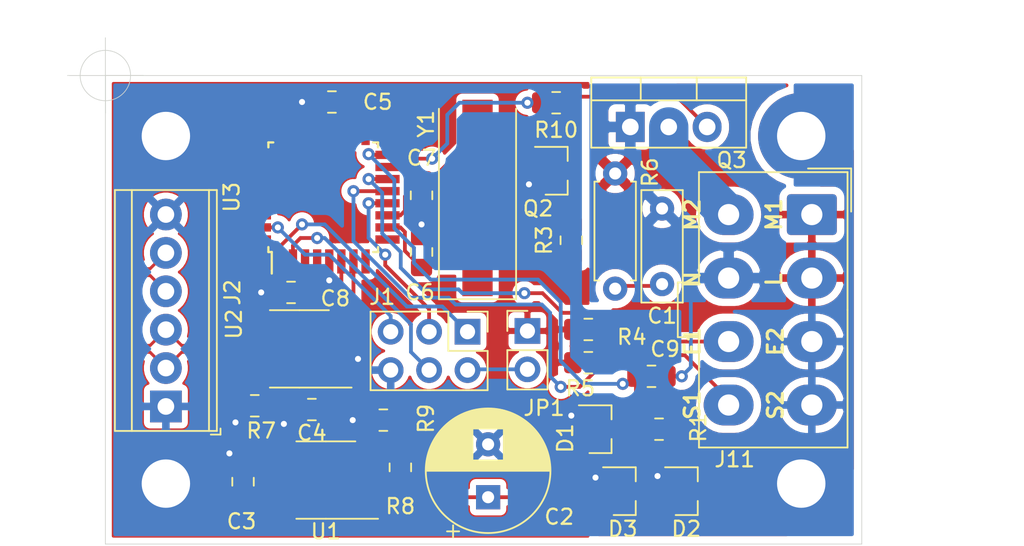
<source format=kicad_pcb>
(kicad_pcb (version 20171130) (host pcbnew 5.1.8+dfsg1-1+b1)
  (title_block (title "Single motor driver") (date 2020-10-23) (rev 1) (company "CCC Basel"))
  (layers (0 F.Cu signal) (31 B.Cu signal) (34 B.Paste user) (35 F.Paste user) (36 B.SilkS user) (37 F.SilkS user) (38 B.Mask user) (39 F.Mask user) (44 Edge.Cuts user))
  (net 0 "")
  (net 1 "Net-(C1-Pad1)")
  (net 2 GND)
  (net 3 "Net-(C2-Pad1)")
  (net 4 +5V)
  (net 5 "Net-(C6-Pad2)")
  (net 6 "Net-(C7-Pad2)")
  (net 7 LINE)
  (net 8 /STOP1)
  (net 9 /EMPTY1)
  (net 10 /MOTOR2)
  (net 11 /CAN_P)
  (net 12 /CAN_N)
  (net 13 /MISO)
  (net 14 /SCK)
  (net 15 /MOSI)
  (net 16 /~RESET)
  (net 17 /ZERO)
  (net 18 /TRIGGER)
  (net 19 "Net-(Q2-Pad3)")
  (net 20 "Net-(R7-Pad1)")
  (net 21 "Net-(R8-Pad2)")
  (net 22 /RXCAN)
  (net 23 /TXCAN)
  (net 24 "Net-(J1-Pad2)")
  (net 25 NEUT)
  (module Connector_Molex:Molex_Mini-Fit_Jr_5566-08A_2x04_P4.20mm_Vertical (layer F.Cu) (at 196.7 79.2 270)
    (fp_text reference J11 (at 16.2 5.1 180) (layer F.SilkS))
    (fp_text value Power)
    (pad 8 thru_hole oval (at 12.6 5.5 270) (size 2.7 3.3) (drill 1.4) (layers *.Cu *.Mask) (net 8 /STOP1))
    (pad 7 thru_hole oval (at 8.4 5.5 270) (size 2.7 3.3) (drill 1.4) (layers *.Cu *.Mask) (net 9 /EMPTY1))
    (pad 6 thru_hole oval (at 4.2 5.5 270) (size 2.7 3.3) (drill 1.4) (layers *.Cu *.Mask) (net 25 NEUT))
    (pad 5 thru_hole oval (at 0 5.5 270) (size 2.7 3.3) (drill 1.4) (layers *.Cu *.Mask) (net 10 /MOTOR2))
    (pad 4 thru_hole oval (at 12.6 0 270) (size 2.7 3.3) (drill 1.4) (layers *.Cu *.Mask) (net 2 GND))
    (pad 3 thru_hole oval (at 8.4 0 270) (size 2.7 3.3) (drill 1.4) (layers *.Cu *.Mask) (net 2 GND))
    (pad 2 thru_hole oval (at 4.2 0 270) (size 2.7 3.3) (drill 1.4) (layers *.Cu *.Mask) (net 7 LINE))
    (pad 1 thru_hole roundrect (at 0 0 270) (size 2.7 3.3) (drill 1.4) (layers *.Cu *.Mask) (roundrect_rratio 0.09259299999999999) (net 7 LINE))
  )
  (module Resistor_THT:R_Axial_DIN0207_L6.3mm_D2.5mm_P7.62mm_Horizontal (layer F.Cu) (at 183.7 76.48 270)
    (fp_text reference R6 (at -0.08 -2.3 270) (layer F.SilkS))
    (fp_text value 100)
    (pad 2 thru_hole oval (at 7.62 0 270) (size 1.6 1.6) (drill 0.8) (layers *.Cu *.Mask) (net 1 "Net-(C1-Pad1)"))
    (pad 1 thru_hole circle (at 0 0 270) (size 1.6 1.6) (drill 0.8) (layers *.Cu *.Mask) (net 7 LINE) (thermal_gap 0.5))
  )
  (module TerminalBlock_TE-Connectivity:TerminalBlock_TE_282834-6_1x06_P2.54mm_Horizontal (layer F.Cu) (at 154 91.895 90)
    (fp_text reference J2 (at 7.545 4.4 90) (layer F.SilkS))
    (fp_text value CAN)
    (pad 1 thru_hole rect (at 0 0 90) (size 2.1 2.1) (drill 1.1) (layers *.Cu *.Mask) (net 2 GND))
    (pad 2 thru_hole circle (at 2.54 0 90) (size 2.1 2.1) (drill 1.1) (layers *.Cu *.Mask) (net 11 /CAN_P))
    (pad 3 thru_hole circle (at 5.08 0 90) (size 2.1 2.1) (drill 1.1) (layers *.Cu *.Mask) (net 12 /CAN_N))
    (pad 4 thru_hole circle (at 7.62 0 90) (size 2.1 2.1) (drill 1.1) (layers *.Cu *.Mask) (net 12 /CAN_N))
    (pad 5 thru_hole circle (at 10.16 0 90) (size 2.1 2.1) (drill 1.1) (layers *.Cu *.Mask) (net 11 /CAN_P))
    (pad 6 thru_hole circle (at 12.7 0 90) (size 2.1 2.1) (drill 1.1) (layers *.Cu *.Mask) (net 2 GND))
  )
  (module Package_TO_SOT_SMD:SOT-23 (layer F.Cu) (at 184.3 97.5)
    (fp_text reference D3 (at -0.1 2.5) (layer F.SilkS))
    (fp_text value BAS40-04)
    (pad 3 smd rect (at 1 0) (size 0.9 0.8) (layers F.Cu F.Paste F.Mask) (net 25 NEUT))
    (pad 2 smd rect (at -1 0.95) (size 0.9 0.8) (layers F.Cu F.Paste F.Mask) (net 3 "Net-(C2-Pad1)"))
    (pad 1 smd rect (at -1 -0.95) (size 0.9 0.8) (layers F.Cu F.Paste F.Mask) (net 2 GND))
  )
  (module Package_TO_SOT_SMD:SOT-23 (layer F.Cu) (at 188.4 97.5)
    (fp_text reference D2 (at 0 2.5) (layer F.SilkS))
    (fp_text value BAS40-04)
    (pad 3 smd rect (at 1 0) (size 0.9 0.8) (layers F.Cu F.Paste F.Mask) (net 7 LINE))
    (pad 2 smd rect (at -1 0.95) (size 0.9 0.8) (layers F.Cu F.Paste F.Mask) (net 3 "Net-(C2-Pad1)"))
    (pad 1 smd rect (at -1 -0.95) (size 0.9 0.8) (layers F.Cu F.Paste F.Mask) (net 2 GND))
  )
  (module Package_TO_SOT_SMD:SOT-23 (layer F.Cu) (at 182.7 93.4)
    (fp_text reference D1 (at -2.3 0.6 90) (layer F.SilkS))
    (fp_text value BAS40-04)
    (pad 3 smd rect (at 1 0) (size 0.9 0.8) (layers F.Cu F.Paste F.Mask) (net 17 /ZERO))
    (pad 2 smd rect (at -1 0.95) (size 0.9 0.8) (layers F.Cu F.Paste F.Mask) (net 4 +5V))
    (pad 1 smd rect (at -1 -0.95) (size 0.9 0.8) (layers F.Cu F.Paste F.Mask) (net 2 GND))
  )
  (module Resistor_SMD:R_0805_2012Metric_Pad1.15x1.40mm_HandSolder (layer F.Cu) (at 186.6 93.4 180)
    (fp_text reference R1 (at -2.6 0.1 90) (layer F.SilkS))
    (fp_text value 100k)
    (pad 2 smd roundrect (at 1.025 0 180) (size 1.15 1.4) (layers F.Cu F.Paste F.Mask) (roundrect_rratio 0.2173904347826087) (net 17 /ZERO))
    (pad 1 smd roundrect (at -1.025 0 180) (size 1.15 1.4) (layers F.Cu F.Paste F.Mask) (roundrect_rratio 0.2173904347826087) (net 7 LINE))
  )
  (module Capacitor_SMD:C_0805_2012Metric_Pad1.15x1.40mm_HandSolder (layer F.Cu) (at 186.1 89.9)
    (fp_text reference C9 (at 0.9 -1.8 180) (layer F.SilkS))
    (fp_text value 1n)
    (pad 2 smd roundrect (at 1.025 0) (size 1.15 1.4) (layers F.Cu F.Paste F.Mask) (roundrect_rratio 0.2173904347826087) (net 25 NEUT))
    (pad 1 smd roundrect (at -1.025 0) (size 1.15 1.4) (layers F.Cu F.Paste F.Mask) (roundrect_rratio 0.2173904347826087) (net 17 /ZERO))
  )
  (module Capacitor_SMD:C_0805_2012Metric_Pad1.15x1.40mm_HandSolder (layer F.Cu) (at 162.275 84.35 180)
    (fp_text reference C8 (at -2.925 -0.4) (layer F.SilkS))
    (fp_text value 100n)
    (pad 2 smd roundrect (at 1.025 0 180) (size 1.15 1.4) (layers F.Cu F.Paste F.Mask) (roundrect_rratio 0.2173904347826087) (net 2 GND))
    (pad 1 smd roundrect (at -1.025 0 180) (size 1.15 1.4) (layers F.Cu F.Paste F.Mask) (roundrect_rratio 0.2173904347826087) (net 4 +5V))
  )
  (module MountingHole:MountingHole_3.2mm_M3_ISO7380_Pad (layer F.Cu) (at 196 97)
    (fp_text reference H4 hide)
    (fp_text value SE)
    (pad 1 thru_hole circle (at 0 0) (size 5.7 5.7) (drill 3.2) (layers *.Cu *.Mask) (net 2 GND))
  )
  (module MountingHole:MountingHole_3.2mm_M3_ISO7380_Pad (layer F.Cu) (at 196 74)
    (fp_text reference H3 hide)
    (fp_text value NE)
    (pad 1 thru_hole circle (at 0 0) (size 5.7 5.7) (drill 3.2) (layers *.Cu *.Mask) (net 2 GND))
  )
  (module MountingHole:MountingHole_3.2mm_M3_ISO7380_Pad (layer F.Cu) (at 154 97)
    (fp_text reference H2 hide)
    (fp_text value SW)
    (pad 1 thru_hole circle (at 0 0) (size 5.7 5.7) (drill 3.2) (layers *.Cu *.Mask) (net 2 GND))
  )
  (module MountingHole:MountingHole_3.2mm_M3_ISO7380_Pad (layer F.Cu) (at 154 74)
    (fp_text reference H1 hide)
    (fp_text value NW)
    (pad 1 thru_hole circle (at 0 0) (size 5.7 5.7) (drill 3.2) (layers *.Cu *.Mask) (net 2 GND))
  )
  (module Capacitor_THT:C_Rect_L7.2mm_W2.5mm_P5.00mm_FKS2_FKP2_MKS2_MKP2 (layer F.Cu) (at 186.8 83.8 90)
    (fp_text reference C1 (at -2.1 0 180) (layer F.SilkS))
    (fp_text value 220n)
    (pad 1 thru_hole circle (at 0 0 90) (size 1.6 1.6) (drill 0.8) (layers *.Cu *.Mask) (net 1 "Net-(C1-Pad1)"))
    (pad 2 thru_hole circle (at 5 0 90) (size 1.6 1.6) (drill 0.8) (layers *.Cu *.Mask) (net 25 NEUT))
  )
  (module Capacitor_THT:CP_Radial_D8.0mm_P3.50mm (layer F.Cu) (at 175.3 97.9 90)
    (fp_text reference C2 (at -1.3 4.7 180) (layer F.SilkS))
    (fp_text value 100u)
    (pad 1 thru_hole rect (at 0 0 90) (size 1.6 1.6) (drill 0.8) (layers *.Cu *.Mask) (net 3 "Net-(C2-Pad1)"))
    (pad 2 thru_hole circle (at 3.5 0 90) (size 1.6 1.6) (drill 0.8) (layers *.Cu *.Mask) (net 2 GND))
  )
  (module Capacitor_SMD:C_0805_2012Metric_Pad1.15x1.40mm_HandSolder (layer F.Cu) (at 159.1 96.875 90)
    (fp_text reference C3 (at -2.625 -0.1 180) (layer F.SilkS))
    (fp_text value 10u)
    (pad 1 smd roundrect (at -1.025 0 90) (size 1.15 1.4) (layers F.Cu F.Paste F.Mask) (roundrect_rratio 0.2173904347826087) (net 4 +5V))
    (pad 2 smd roundrect (at 1.025 0 90) (size 1.15 1.4) (layers F.Cu F.Paste F.Mask) (roundrect_rratio 0.2173904347826087) (net 2 GND))
  )
  (module Capacitor_SMD:C_0805_2012Metric_Pad1.15x1.40mm_HandSolder (layer F.Cu) (at 163.65 92.1 180)
    (fp_text reference C4 (at 0 -1.55) (layer F.SilkS))
    (fp_text value 100n)
    (pad 1 smd roundrect (at -1.025 0 180) (size 1.15 1.4) (layers F.Cu F.Paste F.Mask) (roundrect_rratio 0.2173904347826087) (net 4 +5V))
    (pad 2 smd roundrect (at 1.025 0 180) (size 1.15 1.4) (layers F.Cu F.Paste F.Mask) (roundrect_rratio 0.2173904347826087) (net 2 GND))
  )
  (module Capacitor_SMD:C_0805_2012Metric_Pad1.15x1.40mm_HandSolder (layer F.Cu) (at 164.975 71.75 180)
    (fp_text reference C5 (at -3.025 0) (layer F.SilkS))
    (fp_text value 100n)
    (pad 2 smd roundrect (at 1.025 0 180) (size 1.15 1.4) (layers F.Cu F.Paste F.Mask) (roundrect_rratio 0.2173904347826087) (net 2 GND))
    (pad 1 smd roundrect (at -1.025 0 180) (size 1.15 1.4) (layers F.Cu F.Paste F.Mask) (roundrect_rratio 0.2173904347826087) (net 4 +5V))
  )
  (module Capacitor_SMD:C_0805_2012Metric_Pad1.15x1.40mm_HandSolder (layer F.Cu) (at 170.9 81.675 270)
    (fp_text reference C6 (at 2.675 0.1 180) (layer F.SilkS))
    (fp_text value 22p)
    (pad 1 smd roundrect (at -1.025 0 270) (size 1.15 1.4) (layers F.Cu F.Paste F.Mask) (roundrect_rratio 0.2173904347826087) (net 2 GND))
    (pad 2 smd roundrect (at 1.025 0 270) (size 1.15 1.4) (layers F.Cu F.Paste F.Mask) (roundrect_rratio 0.2173904347826087) (net 5 "Net-(C6-Pad2)"))
  )
  (module Capacitor_SMD:C_0805_2012Metric_Pad1.15x1.40mm_HandSolder (layer F.Cu) (at 170.9 77.925 90)
    (fp_text reference C7 (at 2.475 0 180) (layer F.SilkS))
    (fp_text value 22p)
    (pad 2 smd roundrect (at 1.025 0 90) (size 1.15 1.4) (layers F.Cu F.Paste F.Mask) (roundrect_rratio 0.2173904347826087) (net 6 "Net-(C7-Pad2)"))
    (pad 1 smd roundrect (at -1.025 0 90) (size 1.15 1.4) (layers F.Cu F.Paste F.Mask) (roundrect_rratio 0.2173904347826087) (net 2 GND))
  )
  (module Connector_PinHeader_2.54mm:PinHeader_2x03_P2.54mm_Vertical (layer F.Cu) (at 173.94 86.95 270)
    (fp_text reference J1 (at -2.3 5.64 180) (layer F.SilkS))
    (fp_text value AVR-ISP-6)
    (pad 1 thru_hole rect (at 0 0 270) (size 1.7 1.7) (drill 1) (layers *.Cu *.Mask) (net 13 /MISO))
    (pad 2 thru_hole oval (at 2.54 0 270) (size 1.7 1.7) (drill 1) (layers *.Cu *.Mask) (net 24 "Net-(J1-Pad2)"))
    (pad 3 thru_hole oval (at 0 2.54 270) (size 1.7 1.7) (drill 1) (layers *.Cu *.Mask) (net 14 /SCK))
    (pad 4 thru_hole oval (at 2.54 2.54 270) (size 1.7 1.7) (drill 1) (layers *.Cu *.Mask) (net 15 /MOSI))
    (pad 5 thru_hole oval (at 0 5.08 270) (size 1.7 1.7) (drill 1) (layers *.Cu *.Mask) (net 16 /~RESET))
    (pad 6 thru_hole oval (at 2.54 5.08 270) (size 1.7 1.7) (drill 1) (layers *.Cu *.Mask) (net 2 GND))
  )
  (module Connector_PinHeader_2.54mm:PinHeader_1x02_P2.54mm_Vertical (layer F.Cu) (at 177.9 86.9)
    (fp_text reference JP1 (at 1.1 5.1) (layer F.SilkS))
    (fp_text value ISPPOWER)
    (pad 1 thru_hole rect (at 0 0) (size 1.7 1.7) (drill 1) (layers *.Cu *.Mask) (net 4 +5V))
    (pad 2 thru_hole oval (at 0 2.54) (size 1.7 1.7) (drill 1) (layers *.Cu *.Mask) (net 24 "Net-(J1-Pad2)"))
  )
  (module Package_TO_SOT_SMD:SOT-23 (layer F.Cu) (at 179.8 76.3)
    (fp_text reference Q2 (at -1.2 2.5 180) (layer F.SilkS))
    (fp_text value 2N7002)
    (pad 1 smd rect (at -1 -0.95) (size 0.9 0.8) (layers F.Cu F.Paste F.Mask) (net 18 /TRIGGER))
    (pad 2 smd rect (at -1 0.95) (size 0.9 0.8) (layers F.Cu F.Paste F.Mask) (net 2 GND))
    (pad 3 smd rect (at 1 0) (size 0.9 0.8) (layers F.Cu F.Paste F.Mask) (net 19 "Net-(Q2-Pad3)"))
  )
  (module Package_TO_SOT_THT:TO-220-3_Vertical (layer F.Cu) (at 184.7 73.4)
    (fp_text reference Q3 (at 6.7 2.2) (layer F.SilkS))
    (fp_text value BTA06-600TW)
    (pad 1 thru_hole rect (at 0 0) (size 1.905 2) (drill 1.1) (layers *.Cu *.Mask) (net 25 NEUT))
    (pad 2 thru_hole oval (at 2.54 0) (size 1.905 2) (drill 1.1) (layers *.Cu *.Mask) (net 10 /MOTOR2))
    (pad 3 thru_hole oval (at 5.08 0) (size 1.905 2) (drill 1.1) (layers *.Cu *.Mask) (net 19 "Net-(Q2-Pad3)"))
  )
  (module Resistor_SMD:R_0805_2012Metric_Pad1.15x1.40mm_HandSolder (layer F.Cu) (at 180.8 80.9 270)
    (fp_text reference R3 (at 0 1.8 90) (layer F.SilkS))
    (fp_text value 510)
    (pad 1 smd roundrect (at -1.025 0 270) (size 1.15 1.4) (layers F.Cu F.Paste F.Mask) (roundrect_rratio 0.2173904347826087) (net 19 "Net-(Q2-Pad3)"))
    (pad 2 smd roundrect (at 1.025 0 270) (size 1.15 1.4) (layers F.Cu F.Paste F.Mask) (roundrect_rratio 0.2173904347826087) (net 4 +5V))
  )
  (module Resistor_SMD:R_0805_2012Metric_Pad1.15x1.40mm_HandSolder (layer F.Cu) (at 181.925 86.8 180)
    (fp_text reference R4 (at -2.875 -0.5) (layer F.SilkS))
    (fp_text value 1k)
    (pad 2 smd roundrect (at 1.025 0 180) (size 1.15 1.4) (layers F.Cu F.Paste F.Mask) (roundrect_rratio 0.2173904347826087) (net 4 +5V))
    (pad 1 smd roundrect (at -1.025 0 180) (size 1.15 1.4) (layers F.Cu F.Paste F.Mask) (roundrect_rratio 0.2173904347826087) (net 9 /EMPTY1))
  )
  (module Resistor_SMD:R_0805_2012Metric_Pad1.15x1.40mm_HandSolder (layer F.Cu) (at 181.925 89 180)
    (fp_text reference R5 (at 0.525 -1.7) (layer F.SilkS))
    (fp_text value 1k)
    (pad 1 smd roundrect (at -1.025 0 180) (size 1.15 1.4) (layers F.Cu F.Paste F.Mask) (roundrect_rratio 0.2173904347826087) (net 8 /STOP1))
    (pad 2 smd roundrect (at 1.025 0 180) (size 1.15 1.4) (layers F.Cu F.Paste F.Mask) (roundrect_rratio 0.2173904347826087) (net 4 +5V))
  )
  (module Resistor_SMD:R_0805_2012Metric_Pad1.15x1.40mm_HandSolder (layer F.Cu) (at 159.875 91.85 180)
    (fp_text reference R7 (at -0.425 -1.65) (layer F.SilkS))
    (fp_text value 0)
    (pad 2 smd roundrect (at 1.025 0 180) (size 1.15 1.4) (layers F.Cu F.Paste F.Mask) (roundrect_rratio 0.2173904347826087) (net 2 GND))
    (pad 1 smd roundrect (at -1.025 0 180) (size 1.15 1.4) (layers F.Cu F.Paste F.Mask) (roundrect_rratio 0.2173904347826087) (net 20 "Net-(R7-Pad1)"))
  )
  (module Resistor_SMD:R_0805_2012Metric_Pad1.15x1.40mm_HandSolder (layer F.Cu) (at 169.5 95.925 90)
    (fp_text reference R8 (at -2.575 0 180) (layer F.SilkS))
    (fp_text value 510)
    (pad 2 smd roundrect (at 1.025 0 90) (size 1.15 1.4) (layers F.Cu F.Paste F.Mask) (roundrect_rratio 0.2173904347826087) (net 21 "Net-(R8-Pad2)"))
    (pad 1 smd roundrect (at -1.025 0 90) (size 1.15 1.4) (layers F.Cu F.Paste F.Mask) (roundrect_rratio 0.2173904347826087) (net 4 +5V))
  )
  (module Resistor_SMD:R_0805_2012Metric_Pad1.15x1.40mm_HandSolder (layer F.Cu) (at 168.375 92.8 180)
    (fp_text reference R9 (at -2.825 0.1 90) (layer F.SilkS))
    (fp_text value 1k5)
    (pad 1 smd roundrect (at -1.025 0 180) (size 1.15 1.4) (layers F.Cu F.Paste F.Mask) (roundrect_rratio 0.2173904347826087) (net 21 "Net-(R8-Pad2)"))
    (pad 2 smd roundrect (at 1.025 0 180) (size 1.15 1.4) (layers F.Cu F.Paste F.Mask) (roundrect_rratio 0.2173904347826087) (net 2 GND))
  )
  (module Resistor_SMD:R_0805_2012Metric_Pad1.15x1.40mm_HandSolder (layer F.Cu) (at 179.8 71.8 180)
    (fp_text reference R10 (at 0 -1.8) (layer F.SilkS))
    (fp_text value 0)
    (pad 1 smd roundrect (at -1.025 0 180) (size 1.15 1.4) (layers F.Cu F.Paste F.Mask) (roundrect_rratio 0.2173904347826087) (net 19 "Net-(Q2-Pad3)"))
    (pad 2 smd roundrect (at 1.025 0 180) (size 1.15 1.4) (layers F.Cu F.Paste F.Mask) (roundrect_rratio 0.2173904347826087) (net 18 /TRIGGER))
  )
  (module Package_SO:SOIC-8_3.9x4.9mm_P1.27mm (layer F.Cu) (at 164.575 96.765 180)
    (fp_text reference U1 (at 0 -3.4) (layer F.SilkS))
    (fp_text value LM317LI)
    (pad 1 smd roundrect (at -2.475 -1.905 180) (size 1.95 0.6) (layers F.Cu F.Paste F.Mask) (net 3 "Net-(C2-Pad1)"))
    (pad 2 smd roundrect (at -2.475 -0.635 180) (size 1.95 0.6) (layers F.Cu F.Paste F.Mask) (net 4 +5V))
    (pad 3 smd roundrect (at -2.475 0.635 180) (size 1.95 0.6) (layers F.Cu F.Paste F.Mask) (net 4 +5V))
    (pad 4 smd roundrect (at -2.475 1.905 180) (size 1.95 0.6) (layers F.Cu F.Paste F.Mask) (net 21 "Net-(R8-Pad2)"))
    (pad 5 smd roundrect (at 2.475 1.905 180) (size 1.95 0.6) (layers F.Cu F.Paste F.Mask))
    (pad 6 smd roundrect (at 2.475 0.635 180) (size 1.95 0.6) (layers F.Cu F.Paste F.Mask) (net 4 +5V))
    (pad 7 smd roundrect (at 2.475 -0.635 180) (size 1.95 0.6) (layers F.Cu F.Paste F.Mask) (net 4 +5V))
    (pad 8 smd roundrect (at 2.475 -1.905 180) (size 1.95 0.6) (layers F.Cu F.Paste F.Mask))
  )
  (module Package_SO:SOIC-8_3.9x4.9mm_P1.27mm (layer F.Cu) (at 162.825 88.085 180)
    (fp_text reference U2 (at 4.325 1.635 90) (layer F.SilkS))
    (fp_text value MCP2551-I-SN)
    (pad 8 smd roundrect (at 2.475 -1.905 180) (size 1.95 0.6) (layers F.Cu F.Paste F.Mask) (net 20 "Net-(R7-Pad1)"))
    (pad 7 smd roundrect (at 2.475 -0.635 180) (size 1.95 0.8) (layers F.Cu F.Paste F.Mask) (net 11 /CAN_P))
    (pad 6 smd roundrect (at 2.475 0.635 180) (size 1.95 0.8) (layers F.Cu F.Paste F.Mask) (net 12 /CAN_N))
    (pad 5 smd roundrect (at 2.475 1.905 180) (size 1.95 0.6) (layers F.Cu F.Paste F.Mask))
    (pad 4 smd roundrect (at -2.475 1.905 180) (size 1.95 0.6) (layers F.Cu F.Paste F.Mask) (net 22 /RXCAN))
    (pad 3 smd roundrect (at -2.475 0.635 180) (size 1.95 0.6) (layers F.Cu F.Paste F.Mask) (net 4 +5V))
    (pad 2 smd roundrect (at -2.475 -0.635 180) (size 1.95 0.6) (layers F.Cu F.Paste F.Mask) (net 2 GND))
    (pad 1 smd roundrect (at -2.475 -1.905 180) (size 1.95 0.6) (layers F.Cu F.Paste F.Mask) (net 23 /TXCAN))
  )
  (module Package_QFP:TQFP-32_7x7mm_P0.8mm (layer F.Cu) (at 164.4 78.05 90)
    (fp_text reference U3 (at 0 -6.05 90) (layer F.SilkS))
    (fp_text value ATmega32M1-AU)
    (pad 1 smd rect (at -4.25 -2.8 90) (size 1.6 0.55) (layers F.Cu F.Paste F.Mask) (net 13 /MISO))
    (pad 2 smd rect (at -4.25 -2 90) (size 1.6 0.55) (layers F.Cu F.Paste F.Mask) (net 15 /MOSI))
    (pad 3 smd rect (at -4.25 -1.2 90) (size 1.6 0.55) (layers F.Cu F.Paste F.Mask))
    (pad 4 smd rect (at -4.25 -0.4 90) (size 1.6 0.55) (layers F.Cu F.Paste F.Mask) (net 4 +5V))
    (pad 5 smd rect (at -4.25 0.4 90) (size 1.6 0.55) (layers F.Cu F.Paste F.Mask) (net 2 GND))
    (pad 6 smd rect (at -4.25 1.2 90) (size 1.6 0.55) (layers F.Cu F.Paste F.Mask) (net 23 /TXCAN))
    (pad 7 smd rect (at -4.25 2 90) (size 1.6 0.55) (layers F.Cu F.Paste F.Mask) (net 22 /RXCAN))
    (pad 8 smd rect (at -4.25 2.8 90) (size 1.6 0.55) (layers F.Cu F.Paste F.Mask))
    (pad 9 smd rect (at -2.8 4.25 180) (size 1.6 0.55) (layers F.Cu F.Paste F.Mask))
    (pad 10 smd rect (at -2 4.25 180) (size 1.6 0.55) (layers F.Cu F.Paste F.Mask) (net 5 "Net-(C6-Pad2)"))
    (pad 11 smd rect (at -1.2 4.25 180) (size 1.6 0.55) (layers F.Cu F.Paste F.Mask) (net 6 "Net-(C7-Pad2)"))
    (pad 12 smd rect (at -0.4 4.25 180) (size 1.6 0.55) (layers F.Cu F.Paste F.Mask) (net 14 /SCK))
    (pad 13 smd rect (at 0.4 4.25 180) (size 1.6 0.55) (layers F.Cu F.Paste F.Mask) (net 8 /STOP1))
    (pad 14 smd rect (at 1.2 4.25 180) (size 1.6 0.55) (layers F.Cu F.Paste F.Mask) (net 9 /EMPTY1))
    (pad 15 smd rect (at 2 4.25 180) (size 1.6 0.55) (layers F.Cu F.Paste F.Mask) (net 18 /TRIGGER))
    (pad 16 smd rect (at 2.8 4.25 180) (size 1.6 0.55) (layers F.Cu F.Paste F.Mask) (net 17 /ZERO))
    (pad 17 smd rect (at 4.25 2.8 90) (size 1.6 0.55) (layers F.Cu F.Paste F.Mask))
    (pad 18 smd rect (at 4.25 2 90) (size 1.6 0.55) (layers F.Cu F.Paste F.Mask))
    (pad 19 smd rect (at 4.25 1.2 90) (size 1.6 0.55) (layers F.Cu F.Paste F.Mask) (net 4 +5V))
    (pad 20 smd rect (at 4.25 0.4 90) (size 1.6 0.55) (layers F.Cu F.Paste F.Mask) (net 2 GND))
    (pad 21 smd rect (at 4.25 -0.4 90) (size 1.6 0.55) (layers F.Cu F.Paste F.Mask))
    (pad 22 smd rect (at 4.25 -1.2 90) (size 1.6 0.55) (layers F.Cu F.Paste F.Mask))
    (pad 23 smd rect (at 4.25 -2 90) (size 1.6 0.55) (layers F.Cu F.Paste F.Mask))
    (pad 24 smd rect (at 4.25 -2.8 90) (size 1.6 0.55) (layers F.Cu F.Paste F.Mask))
    (pad 25 smd rect (at 2.8 -4.25 180) (size 1.6 0.55) (layers F.Cu F.Paste F.Mask))
    (pad 26 smd rect (at 2 -4.25 180) (size 1.6 0.55) (layers F.Cu F.Paste F.Mask))
    (pad 27 smd rect (at 1.2 -4.25 180) (size 1.6 0.55) (layers F.Cu F.Paste F.Mask))
    (pad 28 smd rect (at 0.4 -4.25 180) (size 1.6 0.55) (layers F.Cu F.Paste F.Mask))
    (pad 29 smd rect (at -0.4 -4.25 180) (size 1.6 0.55) (layers F.Cu F.Paste F.Mask))
    (pad 30 smd rect (at -1.2 -4.25 180) (size 1.6 0.55) (layers F.Cu F.Paste F.Mask))
    (pad 31 smd rect (at -2 -4.25 180) (size 1.6 0.55) (layers F.Cu F.Paste F.Mask) (net 16 /~RESET))
    (pad 32 smd rect (at -2.8 -4.25 180) (size 1.6 0.55) (layers F.Cu F.Paste F.Mask))
  )
  (module Crystal:Crystal_SMD_HC49-SD (layer F.Cu) (at 174.6 78.1 90)
    (fp_text reference Y1 (at 4.9 -3.4 90) (layer F.SilkS))
    (fp_text value 16MHz)
    (pad 1 smd rect (at -4.25 0 90) (size 4.5 2) (layers F.Cu F.Paste F.Mask) (net 5 "Net-(C6-Pad2)"))
    (pad 2 smd rect (at 4.25 0 90) (size 4.5 2) (layers F.Cu F.Paste F.Mask) (net 6 "Net-(C7-Pad2)"))
  )
  (gr_text S2 (at 194.3 91.8 90) (layer F.SilkS) (effects (font (size 1 1) (thickness 0.2))))
  (gr_text S1 (at 188.8 91.8 90) (layer F.SilkS) (effects (font (size 1 1) (thickness 0.2))))
  (gr_text E1 (at 188.8 87.6 90) (layer F.SilkS) (effects (font (size 1 1) (thickness 0.2))))
  (gr_text E2 (at 194.3 87.6 90) (layer F.SilkS) (effects (font (size 1 1) (thickness 0.2))))
  (gr_text N (at 188.8 83.5 90) (layer F.SilkS) (effects (font (size 1 1) (thickness 0.2))))
  (gr_text L (at 194.2 83.5 90) (layer F.SilkS) (effects (font (size 1 1) (thickness 0.2))))
  (gr_text M1 (at 194.2 79.2 90) (layer F.SilkS) (effects (font (size 1 1) (thickness 0.2))))
  (gr_text M2 (at 188.8 79.2 90) (layer F.SilkS) (effects (font (size 1 1) (thickness 0.2))))
  (target plus (at 150 70) (size 5) (width 0.05) (layer Edge.Cuts))
  (gr_line (start 200 70) (end 150 70) (layer Edge.Cuts) (width 0.05))
  (gr_line (start 200 101) (end 200 70) (layer Edge.Cuts) (width 0.05))
  (gr_line (start 150 101) (end 200 101) (layer Edge.Cuts) (width 0.05))
  (gr_line (start 150 70) (end 150 101) (layer Edge.Cuts) (width 0.05))
  (segment (start 186.38 83.92) (end 186.7 83.6) (width 0.25) (layer F.Cu) (net 1))
  (segment (start 183.6 83.92) (end 186.38 83.92) (width 0.25) (layer F.Cu) (net 1))
  (via (at 160.3 84.35) (size 0.8) (drill 0.4) (layers F.Cu B.Cu) (net 2))
  (segment (start 161.25 84.35) (end 160.3 84.35) (width 0.25) (layer F.Cu) (net 2))
  (via (at 164.8 83.55) (size 0.8) (drill 0.4) (layers F.Cu B.Cu) (net 2))
  (segment (start 164.8 82.3) (end 164.8 83.55) (width 0.25) (layer F.Cu) (net 2))
  (via (at 163 71.75) (size 0.8) (drill 0.4) (layers F.Cu B.Cu) (net 2))
  (segment (start 163.95 71.75) (end 163 71.75) (width 0.25) (layer F.Cu) (net 2))
  (segment (start 164.8 72.6) (end 163.95 71.75) (width 0.25) (layer F.Cu) (net 2))
  (segment (start 164.8 73.8) (end 164.8 72.6) (width 0.25) (layer F.Cu) (net 2))
  (via (at 158.6 92.95) (size 0.8) (drill 0.4) (layers F.Cu B.Cu) (net 2))
  (segment (start 158.85 92.7) (end 158.6 92.95) (width 0.25) (layer F.Cu) (net 2))
  (segment (start 158.85 91.8) (end 158.85 92.65) (width 0.25) (layer F.Cu) (net 2))
  (via (at 158.2 95) (size 0.8) (drill 0.4) (layers F.Cu B.Cu) (net 2))
  (segment (start 159.05 95.85) (end 158.2 95) (width 0.25) (layer F.Cu) (net 2))
  (segment (start 159.1 95.85) (end 159.05 95.85) (width 0.25) (layer F.Cu) (net 2))
  (via (at 166.7 88.75) (size 0.8) (drill 0.4) (layers F.Cu B.Cu) (net 2))
  (segment (start 166.67 88.72) (end 166.7 88.75) (width 0.25) (layer F.Cu) (net 2))
  (segment (start 165.3 88.72) (end 166.67 88.72) (width 0.25) (layer F.Cu) (net 2))
  (via (at 170.9 79.85) (size 0.8) (drill 0.4) (layers F.Cu B.Cu) (net 2))
  (segment (start 170.9 78.95) (end 170.9 79.85) (width 0.25) (layer F.Cu) (net 2))
  (segment (start 170.9 80.65) (end 170.9 79.85) (width 0.25) (layer F.Cu) (net 2))
  (via (at 186.5 96.5) (size 0.8) (drill 0.4) (layers F.Cu B.Cu) (net 2))
  (segment (start 186.55 96.55) (end 186.5 96.5) (width 0.25) (layer F.Cu) (net 2))
  (segment (start 187.4 96.55) (end 186.55 96.55) (width 0.25) (layer F.Cu) (net 2))
  (via (at 180.8 92.5) (size 0.8) (drill 0.4) (layers F.Cu B.Cu) (net 2))
  (segment (start 180.85 92.45) (end 180.8 92.5) (width 0.25) (layer F.Cu) (net 2))
  (segment (start 181.7 92.45) (end 180.85 92.45) (width 0.25) (layer F.Cu) (net 2))
  (via (at 182.4 96.6) (size 0.8) (drill 0.4) (layers F.Cu B.Cu) (net 2))
  (segment (start 182.45 96.55) (end 182.4 96.6) (width 0.25) (layer F.Cu) (net 2))
  (segment (start 183.3 96.55) (end 182.45 96.55) (width 0.25) (layer F.Cu) (net 2))
  (via (at 166.35 92.8) (size 0.8) (drill 0.4) (layers F.Cu B.Cu) (net 2))
  (segment (start 167.35 92.8) (end 166.35 92.8) (width 0.25) (layer F.Cu) (net 2))
  (via (at 161.8 93.05) (size 0.8) (drill 0.4) (layers F.Cu B.Cu) (net 2))
  (segment (start 161.8 92.925) (end 161.8 93.05) (width 0.25) (layer F.Cu) (net 2))
  (segment (start 162.625 92.1) (end 161.8 92.925) (width 0.25) (layer F.Cu) (net 2))
  (via (at 178 77.2) (size 0.8) (drill 0.4) (layers F.Cu B.Cu) (net 2))
  (segment (start 178.05 77.25) (end 178 77.2) (width 0.25) (layer F.Cu) (net 2))
  (segment (start 178.8 77.25) (end 178.05 77.25) (width 0.25) (layer F.Cu) (net 2))
  (segment (start 169.1 97.9) (end 168.33 98.67) (width 0.25) (layer F.Cu) (net 3))
  (segment (start 175.3 97.9) (end 169.1 97.9) (width 0.25) (layer F.Cu) (net 3))
  (segment (start 167.05 98.67) (end 168.33 98.67) (width 0.25) (layer F.Cu) (net 3))
  (segment (start 182.75 97.9) (end 183.3 98.45) (width 0.25) (layer F.Cu) (net 3))
  (segment (start 175.3 97.9) (end 182.75 97.9) (width 0.25) (layer F.Cu) (net 3))
  (segment (start 183.3 98.45) (end 187.4 98.45) (width 0.25) (layer F.Cu) (net 3))
  (segment (start 164 83.65) (end 163.3 84.35) (width 0.25) (layer F.Cu) (net 4))
  (segment (start 164 82.3) (end 164 83.65) (width 0.25) (layer F.Cu) (net 4))
  (segment (start 165.6 72.15) (end 166 71.75) (width 0.25) (layer F.Cu) (net 4))
  (segment (start 165.6 73.8) (end 165.6 72.15) (width 0.25) (layer F.Cu) (net 4))
  (segment (start 169.05 97.4) (end 169.5 96.95) (width 0.25) (layer F.Cu) (net 4))
  (segment (start 167.05 97.4) (end 169.05 97.4) (width 0.25) (layer F.Cu) (net 4))
  (segment (start 163.3 84.35) (end 163.3 89.85) (width 0.25) (layer F.Cu) (net 4))
  (segment (start 164.675 91.225) (end 164.675 92.1) (width 0.25) (layer F.Cu) (net 4))
  (segment (start 163.3 89.85) (end 164.675 91.225) (width 0.25) (layer F.Cu) (net 4))
  (segment (start 168.65 80.05) (end 169.5 80.05) (width 0.25) (layer F.Cu) (net 5))
  (segment (start 169.5 80.05) (end 169.8 80.35) (width 0.25) (layer F.Cu) (net 5))
  (segment (start 169.8 81.6) (end 170.9 82.7) (width 0.25) (layer F.Cu) (net 5))
  (segment (start 169.8 80.35) (end 169.8 81.6) (width 0.25) (layer F.Cu) (net 5))
  (segment (start 173.95 82.65) (end 174.6 82) (width 0.25) (layer F.Cu) (net 5))
  (segment (start 170.9 82.65) (end 173.95 82.65) (width 0.25) (layer F.Cu) (net 5))
  (segment (start 168.65 79.25) (end 169.5 79.25) (width 0.25) (layer F.Cu) (net 6))
  (segment (start 169.5 79.25) (end 169.8 78.95) (width 0.25) (layer F.Cu) (net 6))
  (segment (start 169.8 78) (end 170.9 76.9) (width 0.25) (layer F.Cu) (net 6))
  (segment (start 169.8 78.95) (end 169.8 78) (width 0.25) (layer F.Cu) (net 6))
  (segment (start 171.55 76.9) (end 174.6 73.85) (width 0.25) (layer F.Cu) (net 6))
  (segment (start 170.9 76.9) (end 171.55 76.9) (width 0.25) (layer F.Cu) (net 6))
  (via (at 166.4 77.65) (size 0.8) (drill 0.4) (layers F.Cu B.Cu) (net 8))
  (segment (start 166.4 80.95) (end 166.4 77.65) (width 0.25) (layer B.Cu) (net 8))
  (segment (start 170.2 84.75) (end 166.4 80.95) (width 0.25) (layer B.Cu) (net 8))
  (segment (start 166.4 77.65) (end 168.65 77.65) (width 0.25) (layer F.Cu) (net 8))
  (segment (start 181.35 90.6) (end 180.1 90.6) (width 0.25) (layer F.Cu) (net 8))
  (via (at 180.1 90.6) (size 0.8) (drill 0.4) (layers F.Cu B.Cu) (net 8))
  (segment (start 182.95 89) (end 181.35 90.6) (width 0.25) (layer F.Cu) (net 8))
  (segment (start 179.4 85.7) (end 179.4 89.9) (width 0.25) (layer B.Cu) (net 8))
  (segment (start 179.4 89.9) (end 180.1 90.6) (width 0.25) (layer B.Cu) (net 8))
  (segment (start 178.85 85.15) (end 179.4 85.7) (width 0.25) (layer B.Cu) (net 8))
  (segment (start 173.15 85.15) (end 178.85 85.15) (width 0.25) (layer B.Cu) (net 8))
  (segment (start 172.7 84.7) (end 173.15 85.15) (width 0.25) (layer B.Cu) (net 8))
  (segment (start 170.2 84.7) (end 172.7 84.7) (width 0.25) (layer B.Cu) (net 8))
  (segment (start 182.95 89) (end 182.95 88.75) (width 0.25) (layer F.Cu) (net 8))
  (segment (start 182.95 88.75) (end 183.2 88.5) (width 0.25) (layer F.Cu) (net 8))
  (segment (start 183.2 88.5) (end 188.3 88.5) (width 0.25) (layer F.Cu) (net 8))
  (segment (start 191.2 91.4) (end 191.2 91.8) (width 0.25) (layer F.Cu) (net 8))
  (segment (start 188.3 88.5) (end 191.2 91.4) (width 0.25) (layer F.Cu) (net 8))
  (segment (start 182.95 86.8) (end 181.85 85.7) (width 0.25) (layer F.Cu) (net 9))
  (segment (start 181.85 85.7) (end 180.2 85.7) (width 0.25) (layer F.Cu) (net 9))
  (via (at 167.4 76.85) (size 0.8) (drill 0.4) (layers F.Cu B.Cu) (net 9))
  (segment (start 167.4 76.85) (end 168.65 76.85) (width 0.25) (layer F.Cu) (net 9))
  (segment (start 180.2 85.7) (end 179.9 85.4) (width 0.25) (layer F.Cu) (net 9))
  (via (at 177.7 84.4) (size 0.8) (drill 0.4) (layers F.Cu B.Cu) (net 9))
  (segment (start 178.9 84.4) (end 179.15 84.65) (width 0.25) (layer F.Cu) (net 9))
  (segment (start 177.7 84.4) (end 178.9 84.4) (width 0.25) (layer F.Cu) (net 9))
  (segment (start 179.9 85.4) (end 179.15 84.65) (width 0.25) (layer F.Cu) (net 9))
  (segment (start 173.35 84.15) (end 173.6 84.4) (width 0.25) (layer B.Cu) (net 9))
  (segment (start 170.95 84.15) (end 173.35 84.15) (width 0.25) (layer B.Cu) (net 9))
  (segment (start 169.525 82.725) (end 170.95 84.15) (width 0.25) (layer B.Cu) (net 9))
  (segment (start 169.525 81.675) (end 169.525 82.725) (width 0.25) (layer B.Cu) (net 9))
  (segment (start 168.3 80.45) (end 169.525 81.675) (width 0.25) (layer B.Cu) (net 9))
  (segment (start 168.3 77.75) (end 168.3 80.45) (width 0.25) (layer B.Cu) (net 9))
  (segment (start 173.6 84.4) (end 177.7 84.4) (width 0.25) (layer B.Cu) (net 9))
  (segment (start 167.4 76.85) (end 168.3 77.75) (width 0.25) (layer B.Cu) (net 9))
  (segment (start 183.75 87.6) (end 182.95 86.8) (width 0.25) (layer F.Cu) (net 9))
  (segment (start 191.2 87.6) (end 183.75 87.6) (width 0.25) (layer F.Cu) (net 9))
  (segment (start 187.24 75.24) (end 191.2 79.2) (width 2.6) (layer B.Cu) (net 10))
  (segment (start 187.24 73.4) (end 187.24 75.24) (width 2.6) (layer B.Cu) (net 10))
  (segment (start 154 81.735) (end 152.955 82.78) (width 0.2) (layer F.Cu) (net 11))
  (segment (start 152.955 82.78) (end 152.1518 82.78) (width 0.2) (layer F.Cu) (net 11))
  (segment (start 152.1518 82.78) (end 151.275 83.6568) (width 0.2) (layer F.Cu) (net 11))
  (segment (start 151.275 83.6568) (end 151.275 87.4432) (width 0.2) (layer F.Cu) (net 11))
  (segment (start 152.955 88.31) (end 154 89.355) (width 0.2) (layer F.Cu) (net 11))
  (segment (start 152.1418 88.31) (end 152.955 88.31) (width 0.2) (layer F.Cu) (net 11))
  (segment (start 151.275 87.4432) (end 152.1418 88.31) (width 0.2) (layer F.Cu) (net 11))
  (segment (start 159.94 88.31) (end 160.35 88.72) (width 0.2) (layer F.Cu) (net 11))
  (segment (start 155.045 88.31) (end 159.94 88.31) (width 0.2) (layer F.Cu) (net 11))
  (segment (start 154 89.355) (end 155.045 88.31) (width 0.2) (layer F.Cu) (net 11))
  (segment (start 153.980295 86.834705) (end 154 86.815) (width 0.2) (layer F.Cu) (net 12))
  (segment (start 152.3282 87.86) (end 152.955 87.86) (width 0.2) (layer F.Cu) (net 12))
  (segment (start 151.725 86.075) (end 151.725 87.2568) (width 0.2) (layer F.Cu) (net 12))
  (segment (start 151.732522 86.008243) (end 151.725 86.075) (width 0.2) (layer F.Cu) (net 12))
  (segment (start 151.75471 85.944834) (end 151.732522 86.008243) (width 0.2) (layer F.Cu) (net 12))
  (segment (start 151.790451 85.887953) (end 151.75471 85.944834) (width 0.2) (layer F.Cu) (net 12))
  (segment (start 151.894835 85.804709) (end 151.837954 85.84045) (width 0.2) (layer F.Cu) (net 12))
  (segment (start 152.955 87.86) (end 153.980295 86.834705) (width 0.2) (layer F.Cu) (net 12))
  (segment (start 151.958244 85.167478) (end 152.025 85.175) (width 0.2) (layer F.Cu) (net 12))
  (segment (start 151.725 87.2568) (end 152.3282 87.86) (width 0.2) (layer F.Cu) (net 12))
  (segment (start 152.425 85.175) (end 152.491757 85.182521) (width 0.2) (layer F.Cu) (net 12))
  (segment (start 151.837954 85.109549) (end 151.894835 85.14529) (width 0.2) (layer F.Cu) (net 12))
  (segment (start 152.491757 85.767478) (end 152.425 85.775) (width 0.2) (layer F.Cu) (net 12))
  (segment (start 151.790451 85.062046) (end 151.837954 85.109549) (width 0.2) (layer F.Cu) (net 12))
  (segment (start 152.717479 85.541756) (end 152.695291 85.605165) (width 0.2) (layer F.Cu) (net 12))
  (segment (start 152.025 85.775) (end 151.958244 85.782521) (width 0.2) (layer F.Cu) (net 12))
  (segment (start 151.732522 84.941756) (end 151.75471 85.005165) (width 0.2) (layer F.Cu) (net 12))
  (segment (start 151.725 84.875) (end 151.732522 84.941756) (width 0.2) (layer F.Cu) (net 12))
  (segment (start 151.75471 85.005165) (end 151.790451 85.062046) (width 0.2) (layer F.Cu) (net 12))
  (segment (start 151.837954 85.84045) (end 151.790451 85.887953) (width 0.2) (layer F.Cu) (net 12))
  (segment (start 151.958244 85.782521) (end 151.894835 85.804709) (width 0.2) (layer F.Cu) (net 12))
  (segment (start 152.555166 85.74529) (end 152.491757 85.767478) (width 0.2) (layer F.Cu) (net 12))
  (segment (start 151.725 83.8432) (end 151.725 84.875) (width 0.2) (layer F.Cu) (net 12))
  (segment (start 152.3382 83.23) (end 151.725 83.8432) (width 0.2) (layer F.Cu) (net 12))
  (segment (start 152.425 85.775) (end 152.025 85.775) (width 0.2) (layer F.Cu) (net 12))
  (segment (start 152.955 83.23) (end 152.3382 83.23) (width 0.2) (layer F.Cu) (net 12))
  (segment (start 152.025 85.175) (end 152.425 85.175) (width 0.2) (layer F.Cu) (net 12))
  (segment (start 152.491757 85.182521) (end 152.555166 85.204709) (width 0.2) (layer F.Cu) (net 12))
  (segment (start 152.555166 85.204709) (end 152.612047 85.24045) (width 0.2) (layer F.Cu) (net 12))
  (segment (start 152.612047 85.24045) (end 152.65955 85.287953) (width 0.2) (layer F.Cu) (net 12))
  (segment (start 152.65955 85.287953) (end 152.695291 85.344834) (width 0.2) (layer F.Cu) (net 12))
  (segment (start 152.725 85.475) (end 152.717479 85.541756) (width 0.2) (layer F.Cu) (net 12))
  (segment (start 151.894835 85.14529) (end 151.958244 85.167478) (width 0.2) (layer F.Cu) (net 12))
  (segment (start 152.65955 85.662046) (end 152.612047 85.709549) (width 0.2) (layer F.Cu) (net 12))
  (segment (start 152.695291 85.344834) (end 152.717479 85.408243) (width 0.2) (layer F.Cu) (net 12))
  (segment (start 154 84.275) (end 152.955 83.23) (width 0.2) (layer F.Cu) (net 12))
  (segment (start 152.717479 85.408243) (end 152.725 85.475) (width 0.2) (layer F.Cu) (net 12))
  (segment (start 152.695291 85.605165) (end 152.65955 85.662046) (width 0.2) (layer F.Cu) (net 12))
  (segment (start 152.612047 85.709549) (end 152.555166 85.74529) (width 0.2) (layer F.Cu) (net 12))
  (segment (start 155.045 87.86) (end 159.94 87.86) (width 0.2) (layer F.Cu) (net 12))
  (segment (start 154 86.815) (end 155.045 87.86) (width 0.2) (layer F.Cu) (net 12))
  (segment (start 159.94 87.86) (end 160.35 87.45) (width 0.2) (layer F.Cu) (net 12))
  (segment (start 161.6 81.25) (end 163 79.85) (width 0.25) (layer F.Cu) (net 13))
  (via (at 163 79.85) (size 0.8) (drill 0.4) (layers F.Cu B.Cu) (net 13))
  (segment (start 161.6 82.3) (end 161.6 81.25) (width 0.25) (layer F.Cu) (net 13))
  (segment (start 164.5 79.85) (end 169.93 85.28) (width 0.25) (layer B.Cu) (net 13))
  (segment (start 163 79.85) (end 164.5 79.85) (width 0.25) (layer B.Cu) (net 13))
  (segment (start 172.27 85.28) (end 173.94 86.95) (width 0.25) (layer B.Cu) (net 13))
  (segment (start 169.93 85.28) (end 172.27 85.28) (width 0.25) (layer B.Cu) (net 13))
  (via (at 167.4 78.45) (size 0.8) (drill 0.4) (layers F.Cu B.Cu) (net 14))
  (segment (start 167.4 78.45) (end 168.65 78.45) (width 0.25) (layer F.Cu) (net 14))
  (segment (start 171.4 86.95) (end 171.4 85.45) (width 0.25) (layer F.Cu) (net 14))
  (segment (start 168.5 82.55) (end 168.5 81.85) (width 0.25) (layer F.Cu) (net 14))
  (via (at 168.5 81.85) (size 0.8) (drill 0.4) (layers F.Cu B.Cu) (net 14))
  (segment (start 171.4 85.45) (end 168.5 82.55) (width 0.25) (layer F.Cu) (net 14))
  (segment (start 168.5 81.85) (end 167.4 80.75) (width 0.25) (layer B.Cu) (net 14))
  (segment (start 167.4 80.75) (end 167.4 78.45) (width 0.25) (layer B.Cu) (net 14))
  (segment (start 171.4 89.49) (end 170.2 88.29) (width 0.25) (layer B.Cu) (net 15))
  (segment (start 170.2 88.29) (end 170.2 86.45) (width 0.25) (layer B.Cu) (net 15))
  (via (at 164 80.75) (size 0.8) (drill 0.4) (layers F.Cu B.Cu) (net 15))
  (segment (start 164.5 80.75) (end 164 80.75) (width 0.25) (layer B.Cu) (net 15))
  (segment (start 170.2 86.45) (end 164.5 80.75) (width 0.25) (layer B.Cu) (net 15))
  (segment (start 164 80.75) (end 162.9 80.75) (width 0.25) (layer F.Cu) (net 15))
  (segment (start 162.4 81.25) (end 162.4 82.3) (width 0.25) (layer F.Cu) (net 15))
  (segment (start 162.9 80.75) (end 162.4 81.25) (width 0.25) (layer F.Cu) (net 15))
  (via (at 161.4 80.05) (size 0.8) (drill 0.4) (layers F.Cu B.Cu) (net 16))
  (segment (start 161.4 80.05) (end 160.15 80.05) (width 0.25) (layer F.Cu) (net 16))
  (segment (start 168.86 86.95) (end 168.86 85.91) (width 0.25) (layer B.Cu) (net 16))
  (segment (start 168.86 85.91) (end 164.8 81.85) (width 0.25) (layer B.Cu) (net 16))
  (segment (start 163.2 81.85) (end 161.4 80.05) (width 0.25) (layer B.Cu) (net 16))
  (segment (start 164.8 81.85) (end 163.2 81.85) (width 0.25) (layer B.Cu) (net 16))
  (segment (start 185.45 93.4) (end 185.55 93.5) (width 0.25) (layer F.Cu) (net 17))
  (segment (start 183.7 93.4) (end 185.45 93.4) (width 0.25) (layer F.Cu) (net 17))
  (via (at 167.4 75.2) (size 0.8) (drill 0.4) (layers F.Cu B.Cu) (net 17))
  (segment (start 167.45 75.25) (end 167.4 75.2) (width 0.25) (layer F.Cu) (net 17))
  (segment (start 168.65 75.25) (end 167.45 75.25) (width 0.25) (layer F.Cu) (net 17))
  (segment (start 178.6 83.5) (end 180.1 85) (width 0.25) (layer B.Cu) (net 17))
  (segment (start 171.5 83.5) (end 178.6 83.5) (width 0.25) (layer B.Cu) (net 17))
  (segment (start 180.1 85) (end 180.1 88.9) (width 0.25) (layer B.Cu) (net 17))
  (segment (start 170.4 82.4) (end 171.5 83.5) (width 0.25) (layer B.Cu) (net 17))
  (segment (start 170.4 81.4) (end 170.4 82.4) (width 0.25) (layer B.Cu) (net 17))
  (segment (start 169.1 80.1) (end 170.4 81.4) (width 0.25) (layer B.Cu) (net 17))
  (segment (start 169.1 76.9) (end 169.1 80.1) (width 0.25) (layer B.Cu) (net 17))
  (segment (start 167.4 75.2) (end 169.1 76.9) (width 0.25) (layer B.Cu) (net 17))
  (via (at 184.2 90.4) (size 0.8) (drill 0.4) (layers F.Cu B.Cu) (net 17))
  (segment (start 184.575 90.4) (end 184.2 90.4) (width 0.25) (layer F.Cu) (net 17))
  (segment (start 185.075 89.9) (end 184.575 90.4) (width 0.25) (layer F.Cu) (net 17))
  (segment (start 181.6 90.4) (end 181.45 90.25) (width 0.25) (layer B.Cu) (net 17))
  (segment (start 184.2 90.4) (end 181.6 90.4) (width 0.25) (layer B.Cu) (net 17))
  (segment (start 180.1 88.9) (end 181.45 90.25) (width 0.25) (layer B.Cu) (net 17))
  (segment (start 185.075 91.025) (end 185.575 91.525) (width 0.25) (layer F.Cu) (net 17))
  (segment (start 185.075 89.9) (end 185.075 91.025) (width 0.25) (layer F.Cu) (net 17))
  (segment (start 185.575 91.525) (end 185.575 93.4) (width 0.25) (layer F.Cu) (net 17))
  (segment (start 178.8 71.825) (end 178.775 71.8) (width 0.25) (layer F.Cu) (net 18))
  (segment (start 178.8 75.35) (end 178.8 71.825) (width 0.25) (layer F.Cu) (net 18))
  (via (at 177.9 71.8) (size 0.8) (drill 0.4) (layers F.Cu B.Cu) (net 18))
  (segment (start 177.9 71.8) (end 178.775 71.8) (width 0.25) (layer F.Cu) (net 18))
  (segment (start 168.65 76.05) (end 169.85 76.05) (width 0.25) (layer F.Cu) (net 18))
  (segment (start 170.4 75.5) (end 171.6 75.5) (width 0.25) (layer F.Cu) (net 18))
  (via (at 171.6 75.5) (size 0.8) (drill 0.4) (layers F.Cu B.Cu) (net 18))
  (segment (start 169.85 76.05) (end 170.4 75.5) (width 0.25) (layer F.Cu) (net 18))
  (segment (start 171.6 75.5) (end 172.6 74.5) (width 0.25) (layer B.Cu) (net 18))
  (segment (start 172.6 72.6) (end 173.4 71.8) (width 0.25) (layer B.Cu) (net 18))
  (segment (start 172.6 74.5) (end 172.6 72.6) (width 0.25) (layer B.Cu) (net 18))
  (segment (start 177.9 71.8) (end 173.4 71.8) (width 0.25) (layer B.Cu) (net 18))
  (segment (start 180.825 76.275) (end 180.8 76.3) (width 0.25) (layer F.Cu) (net 19))
  (segment (start 180.825 71.8) (end 180.825 76.275) (width 0.25) (layer F.Cu) (net 19))
  (segment (start 180.8 76.3) (end 180.8 79.875) (width 0.25) (layer F.Cu) (net 19))
  (segment (start 189.78 73.4) (end 187.78 71.4) (width 0.25) (layer F.Cu) (net 19))
  (segment (start 187.78 71.4) (end 181.225 71.4) (width 0.25) (layer F.Cu) (net 19))
  (segment (start 181.225 71.4) (end 180.825 71.8) (width 0.25) (layer F.Cu) (net 19))
  (segment (start 160.9 90.54) (end 160.35 89.99) (width 0.25) (layer F.Cu) (net 20))
  (segment (start 160.9 91.85) (end 160.9 90.54) (width 0.25) (layer F.Cu) (net 20))
  (segment (start 169.46 94.86) (end 169.5 94.9) (width 0.25) (layer F.Cu) (net 21))
  (segment (start 167.05 94.86) (end 169.46 94.86) (width 0.25) (layer F.Cu) (net 21))
  (segment (start 169.4 94.8) (end 169.5 94.9) (width 0.25) (layer F.Cu) (net 21))
  (segment (start 169.4 92.8) (end 169.4 94.8) (width 0.25) (layer F.Cu) (net 21))
  (segment (start 165.3 86.18) (end 165.87 86.18) (width 0.25) (layer F.Cu) (net 22))
  (segment (start 166.4 85.65) (end 166.4 82.3) (width 0.25) (layer F.Cu) (net 22))
  (segment (start 165.87 86.18) (end 166.4 85.65) (width 0.25) (layer F.Cu) (net 22))
  (segment (start 165.6 82.3) (end 165.6 84.15) (width 0.25) (layer F.Cu) (net 23))
  (segment (start 165.6 84.15) (end 163.8 85.95) (width 0.25) (layer F.Cu) (net 23))
  (segment (start 163.8 85.95) (end 163.8 89.45) (width 0.25) (layer F.Cu) (net 23))
  (segment (start 164.34 89.99) (end 165.3 89.99) (width 0.25) (layer F.Cu) (net 23))
  (segment (start 163.8 89.45) (end 164.34 89.99) (width 0.25) (layer F.Cu) (net 23))
  (segment (start 173.94 89.44) (end 177.9 89.44) (width 0.25) (layer B.Cu) (net 24))
  (segment (start 186.6 94.9) (end 185.3 96.2) (width 0.25) (layer F.Cu) (net 25))
  (segment (start 186.6 91.5) (end 186.6 94.9) (width 0.25) (layer F.Cu) (net 25))
  (segment (start 185.3 96.2) (end 185.3 97.5) (width 0.25) (layer F.Cu) (net 25))
  (segment (start 187.125 90.975) (end 186.6 91.5) (width 0.25) (layer F.Cu) (net 25))
  (segment (start 187.125 89.9) (end 187.125 90.975) (width 0.25) (layer F.Cu) (net 25))
  (via (at 188.1 89.9) (size 0.8) (drill 0.4) (layers F.Cu B.Cu) (net 25))
  (segment (start 187.125 89.9) (end 188.1 89.9) (width 0.25) (layer F.Cu) (net 25))
  (segment (start 191.2 83.4) (end 188.9 83.4) (width 0.25) (layer B.Cu) (net 25))
  (segment (start 188.9 83.4) (end 188.7 83.6) (width 0.25) (layer B.Cu) (net 25))
  (segment (start 188.7 89.3) (end 188.1 89.9) (width 0.25) (layer B.Cu) (net 25))
  (segment (start 188.7 83.6) (end 188.7 89.3) (width 0.25) (layer B.Cu) (net 25))
  (zone (net 2) (net_name GND) (layer B.Cu) (connect_pads (clearance 0.5)) (min_thickness 0.25) (fill yes (arc_segments 32) (thermal_gap 0.5) (thermal_bridge_width 0.5))
    (polygon (pts (xy 200 101) (xy 150 101) (xy 150 70) (xy 200 70)))
  )
  (zone (net 4) (net_name +5V) (layer F.Cu) (priority 1) (connect_pads (clearance 0.4)) (min_thickness 0.2) (fill yes (arc_segments 32) (thermal_gap 0.4) (thermal_bridge_width 0.4))
    (polygon (pts (xy 182 101) (xy 150 101) (xy 150 70) (xy 182 70)))
  )
  (zone (net 7) (net_name LINE) (layer F.Cu) (connect_pads (clearance 0.5)) (min_thickness 0.25) (fill yes (arc_segments 32) (thermal_gap 0.5) (thermal_bridge_width 0.5))
    (polygon (pts (xy 200 101) (xy 182 101) (xy 182 70) (xy 200 70)))
  )
  (zone (net 25) (net_name NEUT) (layer B.Cu) (priority 2) (connect_pads (clearance 0.5)) (min_thickness 0.25) (fill yes (arc_segments 32) (thermal_gap 0.5) (thermal_bridge_width 0.7))
    (polygon (pts (xy 195 85) (xy 182 85) (xy 182 70) (xy 195 70)))
  )
)
</source>
